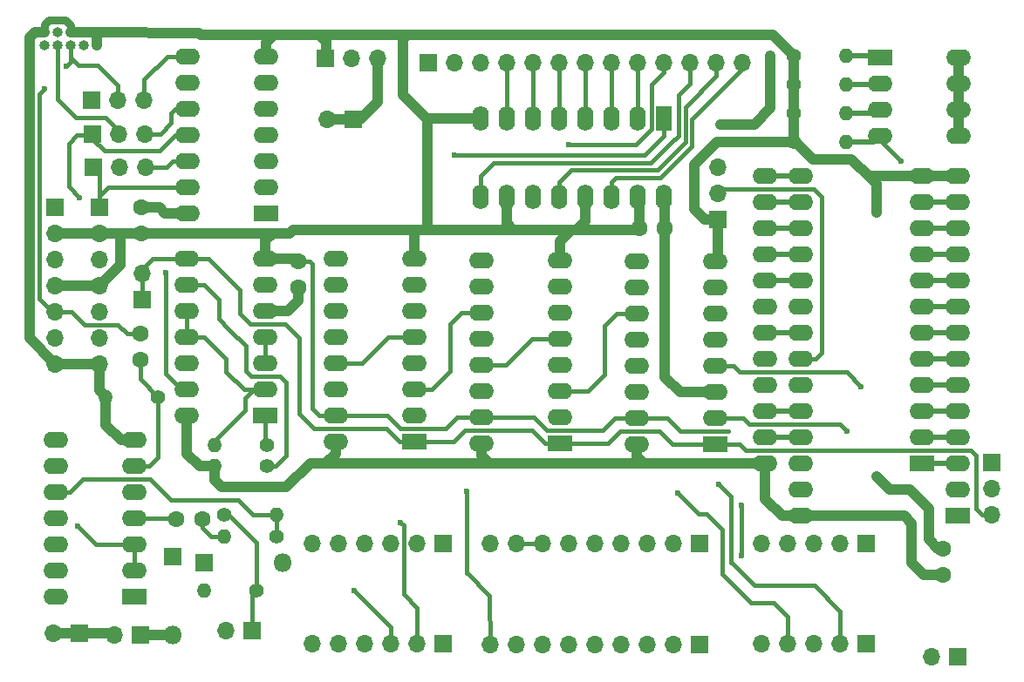
<source format=gbl>
G04 #@! TF.FileFunction,Copper,L2,Bot,Signal*
%FSLAX46Y46*%
G04 Gerber Fmt 4.6, Leading zero omitted, Abs format (unit mm)*
G04 Created by KiCad (PCBNEW 4.0.4-stable) date 07/21/17 22:17:58*
%MOMM*%
%LPD*%
G01*
G04 APERTURE LIST*
%ADD10C,0.100000*%
%ADD11C,1.600000*%
%ADD12R,1.700000X1.700000*%
%ADD13O,1.700000X1.700000*%
%ADD14R,2.400000X1.600000*%
%ADD15O,2.400000X1.600000*%
%ADD16R,1.600000X2.400000*%
%ADD17O,1.600000X2.400000*%
%ADD18C,1.400000*%
%ADD19O,1.400000X1.400000*%
%ADD20R,1.800000X1.800000*%
%ADD21O,1.800000X1.800000*%
%ADD22R,1.000000X1.000000*%
%ADD23O,1.000000X1.000000*%
%ADD24C,0.600000*%
%ADD25C,1.000000*%
%ADD26C,0.750000*%
%ADD27C,0.400000*%
%ADD28C,0.500000*%
G04 APERTURE END LIST*
D10*
D11*
X124815600Y-65176400D03*
X124815600Y-67676400D03*
X140106400Y-72898000D03*
X140106400Y-70398000D03*
X175666400Y-67208400D03*
X173166400Y-67208400D03*
D12*
X195173600Y-97790000D03*
D13*
X192633600Y-97790000D03*
X190093600Y-97790000D03*
X187553600Y-97790000D03*
X185013600Y-97790000D03*
D12*
X195224400Y-107543600D03*
D13*
X192684400Y-107543600D03*
X190144400Y-107543600D03*
X187604400Y-107543600D03*
X185064400Y-107543600D03*
D12*
X179019200Y-97790000D03*
D13*
X176479200Y-97790000D03*
X173939200Y-97790000D03*
X171399200Y-97790000D03*
X168859200Y-97790000D03*
X166319200Y-97790000D03*
X163779200Y-97790000D03*
X161239200Y-97790000D03*
X158699200Y-97790000D03*
D12*
X179019200Y-107645200D03*
D13*
X176479200Y-107645200D03*
X173939200Y-107645200D03*
X171399200Y-107645200D03*
X168859200Y-107645200D03*
X166319200Y-107645200D03*
X163779200Y-107645200D03*
X161239200Y-107645200D03*
X158699200Y-107645200D03*
D12*
X154127200Y-97790000D03*
D13*
X151587200Y-97790000D03*
X149047200Y-97790000D03*
X146507200Y-97790000D03*
X143967200Y-97790000D03*
X141427200Y-97790000D03*
D12*
X154178000Y-107594400D03*
D13*
X151638000Y-107594400D03*
X149098000Y-107594400D03*
X146558000Y-107594400D03*
X144018000Y-107594400D03*
X141478000Y-107594400D03*
D12*
X152704800Y-51054000D03*
D13*
X155244800Y-51054000D03*
X157784800Y-51054000D03*
X160324800Y-51054000D03*
X162864800Y-51054000D03*
X165404800Y-51054000D03*
X167944800Y-51054000D03*
X170484800Y-51054000D03*
X173024800Y-51054000D03*
X175564800Y-51054000D03*
X178104800Y-51054000D03*
X180644800Y-51054000D03*
X183184800Y-51054000D03*
D12*
X204063600Y-108864400D03*
D13*
X201523600Y-108864400D03*
D12*
X145440400Y-56591200D03*
D13*
X142900400Y-56591200D03*
D12*
X124764800Y-106730800D03*
D13*
X122224800Y-106730800D03*
D12*
X118821200Y-106578400D03*
D13*
X116281200Y-106578400D03*
D12*
X124968000Y-74117200D03*
D13*
X124968000Y-71577200D03*
D14*
X136906000Y-85394800D03*
D15*
X129286000Y-70154800D03*
X136906000Y-82854800D03*
X129286000Y-72694800D03*
X136906000Y-80314800D03*
X129286000Y-75234800D03*
X136906000Y-77774800D03*
X129286000Y-77774800D03*
X136906000Y-75234800D03*
X129286000Y-80314800D03*
X136906000Y-72694800D03*
X129286000Y-82854800D03*
X136906000Y-70154800D03*
X129286000Y-85394800D03*
D14*
X151307800Y-87934800D03*
D15*
X143687800Y-70154800D03*
X151307800Y-85394800D03*
X143687800Y-72694800D03*
X151307800Y-82854800D03*
X143687800Y-75234800D03*
X151307800Y-80314800D03*
X143687800Y-77774800D03*
X151307800Y-77774800D03*
X143687800Y-80314800D03*
X151307800Y-75234800D03*
X143687800Y-82854800D03*
X151307800Y-72694800D03*
X143687800Y-85394800D03*
X151307800Y-70154800D03*
X143687800Y-87934800D03*
D14*
X165455600Y-88112600D03*
D15*
X157835600Y-70332600D03*
X165455600Y-85572600D03*
X157835600Y-72872600D03*
X165455600Y-83032600D03*
X157835600Y-75412600D03*
X165455600Y-80492600D03*
X157835600Y-77952600D03*
X165455600Y-77952600D03*
X157835600Y-80492600D03*
X165455600Y-75412600D03*
X157835600Y-83032600D03*
X165455600Y-72872600D03*
X157835600Y-85572600D03*
X165455600Y-70332600D03*
X157835600Y-88112600D03*
D14*
X180568600Y-88188800D03*
D15*
X172948600Y-70408800D03*
X180568600Y-85648800D03*
X172948600Y-72948800D03*
X180568600Y-83108800D03*
X172948600Y-75488800D03*
X180568600Y-80568800D03*
X172948600Y-78028800D03*
X180568600Y-78028800D03*
X172948600Y-80568800D03*
X180568600Y-75488800D03*
X172948600Y-83108800D03*
X180568600Y-72948800D03*
X172948600Y-85648800D03*
X180568600Y-70408800D03*
X172948600Y-88188800D03*
D16*
X175564800Y-56489600D03*
D17*
X157784800Y-64109600D03*
X173024800Y-56489600D03*
X160324800Y-64109600D03*
X170484800Y-56489600D03*
X162864800Y-64109600D03*
X167944800Y-56489600D03*
X165404800Y-64109600D03*
X165404800Y-56489600D03*
X167944800Y-64109600D03*
X162864800Y-56489600D03*
X170484800Y-64109600D03*
X160324800Y-56489600D03*
X173024800Y-64109600D03*
X157784800Y-56489600D03*
X175564800Y-64109600D03*
D11*
X202641200Y-100838000D03*
X202641200Y-98338000D03*
X130759200Y-95453200D03*
X128259200Y-95453200D03*
X124764800Y-79959200D03*
X124764800Y-77459200D03*
D12*
X120040400Y-54711600D03*
D13*
X122580400Y-54711600D03*
X125120400Y-54711600D03*
D12*
X120142000Y-58013600D03*
D13*
X122682000Y-58013600D03*
X125222000Y-58013600D03*
D12*
X120192800Y-61264800D03*
D13*
X122732800Y-61264800D03*
X125272800Y-61264800D03*
D12*
X120802400Y-65125600D03*
D13*
X120802400Y-67665600D03*
X120802400Y-70205600D03*
X120802400Y-72745600D03*
X120802400Y-75285600D03*
X120802400Y-77825600D03*
X120802400Y-80365600D03*
D12*
X116484400Y-65125600D03*
D13*
X116484400Y-67665600D03*
X116484400Y-70205600D03*
X116484400Y-72745600D03*
X116484400Y-75285600D03*
X116484400Y-77825600D03*
X116484400Y-80365600D03*
D12*
X180848000Y-66344800D03*
D13*
X180848000Y-63804800D03*
X180848000Y-61264800D03*
D12*
X207365600Y-89916000D03*
D13*
X207365600Y-92456000D03*
X207365600Y-94996000D03*
D12*
X135585200Y-106324400D03*
D13*
X133045200Y-106324400D03*
D18*
X188214000Y-58775600D03*
D19*
X193294000Y-58775600D03*
D18*
X188214000Y-56032400D03*
D19*
X193294000Y-56032400D03*
D18*
X188214000Y-53238400D03*
D19*
X193294000Y-53238400D03*
D18*
X188214000Y-50393600D03*
D19*
X193294000Y-50393600D03*
D14*
X196545200Y-50596800D03*
D15*
X204165200Y-58216800D03*
X196545200Y-53136800D03*
X204165200Y-55676800D03*
X196545200Y-55676800D03*
X204165200Y-53136800D03*
X196545200Y-58216800D03*
X204165200Y-50596800D03*
D14*
X200660000Y-90068400D03*
D15*
X185420000Y-62128400D03*
X200660000Y-87528400D03*
X185420000Y-64668400D03*
X200660000Y-84988400D03*
X185420000Y-67208400D03*
X200660000Y-82448400D03*
X185420000Y-69748400D03*
X200660000Y-79908400D03*
X185420000Y-72288400D03*
X200660000Y-77368400D03*
X185420000Y-74828400D03*
X200660000Y-74828400D03*
X185420000Y-77368400D03*
X200660000Y-72288400D03*
X185420000Y-79908400D03*
X200660000Y-69748400D03*
X185420000Y-82448400D03*
X200660000Y-67208400D03*
X185420000Y-84988400D03*
X200660000Y-64668400D03*
X185420000Y-87528400D03*
X200660000Y-62128400D03*
X185420000Y-90068400D03*
D14*
X204063600Y-95148400D03*
D15*
X188823600Y-62128400D03*
X204063600Y-92608400D03*
X188823600Y-64668400D03*
X204063600Y-90068400D03*
X188823600Y-67208400D03*
X204063600Y-87528400D03*
X188823600Y-69748400D03*
X204063600Y-84988400D03*
X188823600Y-72288400D03*
X204063600Y-82448400D03*
X188823600Y-74828400D03*
X204063600Y-79908400D03*
X188823600Y-77368400D03*
X204063600Y-77368400D03*
X188823600Y-79908400D03*
X204063600Y-74828400D03*
X188823600Y-82448400D03*
X204063600Y-72288400D03*
X188823600Y-84988400D03*
X204063600Y-69748400D03*
X188823600Y-87528400D03*
X204063600Y-67208400D03*
X188823600Y-90068400D03*
X204063600Y-64668400D03*
X188823600Y-92608400D03*
X204063600Y-62128400D03*
X188823600Y-95148400D03*
D14*
X136956800Y-65735200D03*
D15*
X129336800Y-50495200D03*
X136956800Y-63195200D03*
X129336800Y-53035200D03*
X136956800Y-60655200D03*
X129336800Y-55575200D03*
X136956800Y-58115200D03*
X129336800Y-58115200D03*
X136956800Y-55575200D03*
X129336800Y-60655200D03*
X136956800Y-53035200D03*
X129336800Y-63195200D03*
X136956800Y-50495200D03*
X129336800Y-65735200D03*
D14*
X124155200Y-103022400D03*
D15*
X116535200Y-87782400D03*
X124155200Y-100482400D03*
X116535200Y-90322400D03*
X124155200Y-97942400D03*
X116535200Y-92862400D03*
X124155200Y-95402400D03*
X116535200Y-95402400D03*
X124155200Y-92862400D03*
X116535200Y-97942400D03*
X124155200Y-90322400D03*
X116535200Y-100482400D03*
X124155200Y-87782400D03*
X116535200Y-103022400D03*
D12*
X142748000Y-50698400D03*
D13*
X145288000Y-50698400D03*
X147828000Y-50698400D03*
D18*
X137007600Y-90322400D03*
D19*
X131927600Y-90322400D03*
D18*
X135991600Y-102362000D03*
D19*
X130911600Y-102362000D03*
D18*
X126492000Y-83566000D03*
D19*
X121412000Y-83566000D03*
D18*
X137972800Y-97129600D03*
D19*
X132892800Y-97129600D03*
D18*
X132892800Y-95046800D03*
D19*
X137972800Y-95046800D03*
D18*
X137007600Y-88290400D03*
D19*
X131927600Y-88290400D03*
D20*
X127914400Y-99110800D03*
D21*
X127914400Y-106730800D03*
D20*
X130962400Y-99720400D03*
D21*
X138582400Y-99720400D03*
D22*
X120548400Y-48158400D03*
D23*
X120548400Y-49428400D03*
X119278400Y-48158400D03*
X119278400Y-49428400D03*
X118008400Y-48158400D03*
X118008400Y-49428400D03*
X116738400Y-48158400D03*
X116738400Y-49428400D03*
X115468400Y-48158400D03*
X115468400Y-49428400D03*
D24*
X185928000Y-50444400D03*
X181051200Y-57099200D03*
X183438800Y-90017600D03*
X196189600Y-91287600D03*
X196189600Y-65633600D03*
X183134000Y-99009200D03*
X183134000Y-94132400D03*
X180898800Y-92100400D03*
X176936400Y-92913200D03*
X156413200Y-92760800D03*
X149987000Y-95758000D03*
X145542000Y-102412800D03*
X166370000Y-59080400D03*
X194716400Y-82550000D03*
X193344800Y-86918800D03*
X127254000Y-71526400D03*
X155244800Y-60045600D03*
X115417600Y-53594000D03*
X117602000Y-51409600D03*
X118872000Y-64211200D03*
X118668800Y-96164400D03*
X198577200Y-60655200D03*
D25*
X142748000Y-90017600D02*
X141274800Y-90017600D01*
X141274800Y-90017600D02*
X138938000Y-92354400D01*
X131927600Y-90322400D02*
X130505200Y-90322400D01*
X129286000Y-89103200D02*
X129286000Y-85394800D01*
X130505200Y-90322400D02*
X129286000Y-89103200D01*
X131927600Y-91643200D02*
X131927600Y-90322400D01*
X132638800Y-92354400D02*
X131927600Y-91643200D01*
X138938000Y-92354400D02*
X132638800Y-92354400D01*
X143687800Y-87934800D02*
X143687800Y-89077800D01*
X143687800Y-89077800D02*
X142748000Y-90017600D01*
X143662400Y-90017600D02*
X142748000Y-90017600D01*
X172948600Y-88188800D02*
X172948600Y-89331800D01*
X172948600Y-89331800D02*
X173634400Y-90017600D01*
X157835600Y-88112600D02*
X157835600Y-89255600D01*
X157835600Y-89255600D02*
X158597600Y-90017600D01*
X183438800Y-90017600D02*
X173634400Y-90017600D01*
X173634400Y-90017600D02*
X158597600Y-90017600D01*
X158597600Y-90017600D02*
X143662400Y-90017600D01*
X195580000Y-95148400D02*
X198932800Y-95148400D01*
X200812400Y-100838000D02*
X202641200Y-100838000D01*
X199644000Y-99669600D02*
X200812400Y-100838000D01*
X199644000Y-95859600D02*
X199644000Y-99669600D01*
X198932800Y-95148400D02*
X199644000Y-95859600D01*
X183438800Y-90017600D02*
X185369200Y-90017600D01*
X185369200Y-90017600D02*
X185369200Y-93472000D01*
X187045600Y-95148400D02*
X188823600Y-95148400D01*
X185369200Y-93472000D02*
X187045600Y-95148400D01*
X204165200Y-50596800D02*
X204165200Y-53136800D01*
X204165200Y-55676800D02*
X204165200Y-53136800D01*
X204165200Y-58216800D02*
X204165200Y-55676800D01*
X195173600Y-95148400D02*
X195580000Y-95148400D01*
X195275200Y-95148400D02*
X195173600Y-95148400D01*
X195173600Y-95148400D02*
X194411600Y-95148400D01*
X124815600Y-65176400D02*
X126593600Y-65176400D01*
X127152400Y-65735200D02*
X129336800Y-65735200D01*
X126593600Y-65176400D02*
X127152400Y-65735200D01*
X185928000Y-55524400D02*
X185928000Y-50444400D01*
X181051200Y-57099200D02*
X184353200Y-57099200D01*
X184353200Y-57099200D02*
X185928000Y-55524400D01*
X136906000Y-75234800D02*
X139090400Y-75234800D01*
X140106400Y-74218800D02*
X140106400Y-72898000D01*
X139090400Y-75234800D02*
X140106400Y-74218800D01*
X188823600Y-95148400D02*
X194411600Y-95148400D01*
X175666400Y-67208400D02*
X175666400Y-81635600D01*
X177139600Y-83108800D02*
X180568600Y-83108800D01*
X175666400Y-81635600D02*
X177139600Y-83108800D01*
X175666400Y-67208400D02*
X175666400Y-64211200D01*
X175666400Y-64211200D02*
X175564800Y-64109600D01*
D26*
X118008400Y-48158400D02*
X118008400Y-47447200D01*
X115468400Y-47345600D02*
X115468400Y-48158400D01*
X115874800Y-46939200D02*
X115468400Y-47345600D01*
X117500400Y-46939200D02*
X115874800Y-46939200D01*
X118008400Y-47447200D02*
X117500400Y-46939200D01*
D25*
X202641200Y-98338000D02*
X202173200Y-98338000D01*
X202173200Y-98338000D02*
X201269600Y-97434400D01*
X199440800Y-92608400D02*
X197510400Y-92608400D01*
X201269600Y-94437200D02*
X199440800Y-92608400D01*
X201269600Y-97434400D02*
X201269600Y-94437200D01*
X113995200Y-51409600D02*
X113995200Y-48666400D01*
X113995200Y-48666400D02*
X114503200Y-48158400D01*
X114503200Y-48158400D02*
X115468400Y-48158400D01*
X116484400Y-80365600D02*
X113995200Y-77876400D01*
X113995200Y-51409600D02*
X113995200Y-77876400D01*
X120548400Y-48158400D02*
X119278400Y-48158400D01*
X119278400Y-48158400D02*
X118008400Y-48158400D01*
X120548400Y-48158400D02*
X120548400Y-49428400D01*
X120548400Y-48158400D02*
X130454400Y-48209200D01*
X130454400Y-48209200D02*
X130606800Y-48361600D01*
X196189600Y-65633600D02*
X196189600Y-62890400D01*
X197510400Y-92608400D02*
X196189600Y-91287600D01*
X196189600Y-62890400D02*
X195427600Y-62128400D01*
X194614800Y-61315600D02*
X193751200Y-60452000D01*
X200660000Y-62128400D02*
X195427600Y-62128400D01*
X195427600Y-62128400D02*
X193751200Y-60452000D01*
X136956800Y-50495200D02*
X136956800Y-49123600D01*
X136956800Y-49123600D02*
X137718800Y-48361600D01*
X138430000Y-48361600D02*
X137718800Y-48361600D01*
X137718800Y-48361600D02*
X130606800Y-48361600D01*
X122834400Y-67665600D02*
X122834400Y-70713600D01*
X122834400Y-70713600D02*
X120802400Y-72745600D01*
X120802400Y-67665600D02*
X116484400Y-67665600D01*
X165455600Y-70332600D02*
X165455600Y-68427600D01*
X165455600Y-68427600D02*
X166573200Y-67310000D01*
X167944800Y-64109600D02*
X167944800Y-66497200D01*
X167944800Y-66497200D02*
X167132000Y-67310000D01*
X152654000Y-56489600D02*
X152654000Y-67081400D01*
X152654000Y-67081400D02*
X152882600Y-67310000D01*
X121412000Y-83566000D02*
X121412000Y-86309200D01*
X122885200Y-87782400D02*
X124155200Y-87782400D01*
X121412000Y-86309200D02*
X122885200Y-87782400D01*
X120802400Y-80365600D02*
X120802400Y-82956400D01*
X120802400Y-82956400D02*
X121412000Y-83566000D01*
X142748000Y-50698400D02*
X142798800Y-49022000D01*
X142798800Y-49022000D02*
X142138400Y-48361600D01*
X136906000Y-70154800D02*
X136906000Y-68376800D01*
X136906000Y-68376800D02*
X137606400Y-67676400D01*
X124815600Y-67676400D02*
X137606400Y-67676400D01*
X137606400Y-67676400D02*
X139232000Y-67676400D01*
X139598400Y-67310000D02*
X141884400Y-67310000D01*
X139232000Y-67676400D02*
X139598400Y-67310000D01*
X120802400Y-67665600D02*
X122834400Y-67665600D01*
X122834400Y-67665600D02*
X124804800Y-67665600D01*
X124804800Y-67665600D02*
X124815600Y-67676400D01*
X150266400Y-54254400D02*
X150266400Y-48768000D01*
X157784800Y-56489600D02*
X152654000Y-56489600D01*
X152654000Y-56489600D02*
X152501600Y-56489600D01*
X150266400Y-54254400D02*
X152501600Y-56489600D01*
X150266400Y-48768000D02*
X150672800Y-48361600D01*
X150672800Y-48361600D02*
X142138400Y-48361600D01*
X142138400Y-48361600D02*
X138430000Y-48361600D01*
X188214000Y-50393600D02*
X186182000Y-48361600D01*
X150672800Y-48361600D02*
X186182000Y-48361600D01*
X180848000Y-66344800D02*
X179527200Y-66344800D01*
X180695600Y-58775600D02*
X188214000Y-58775600D01*
X178511200Y-60960000D02*
X180695600Y-58775600D01*
X178511200Y-65328800D02*
X178511200Y-60960000D01*
X179527200Y-66344800D02*
X178511200Y-65328800D01*
D27*
X141427200Y-70916800D02*
X141427200Y-70612000D01*
X141427200Y-70916800D02*
X141427200Y-84734400D01*
X141427200Y-84734400D02*
X142087600Y-85394800D01*
X143687800Y-85394800D02*
X142087600Y-85394800D01*
X141213200Y-70398000D02*
X140106400Y-70398000D01*
X141427200Y-70612000D02*
X141213200Y-70398000D01*
D25*
X136906000Y-70154800D02*
X139863200Y-70154800D01*
X139863200Y-70154800D02*
X140106400Y-70398000D01*
X136906000Y-70154800D02*
X136906000Y-70002400D01*
X200660000Y-62128400D02*
X204063600Y-62128400D01*
X188214000Y-58775600D02*
X188366400Y-58775600D01*
X188366400Y-58775600D02*
X190042800Y-60452000D01*
X190042800Y-60452000D02*
X193751200Y-60452000D01*
X173166400Y-67208400D02*
X173166400Y-64251200D01*
X173166400Y-64251200D02*
X173024800Y-64109600D01*
X160324800Y-64109600D02*
X160324800Y-66700400D01*
X160324800Y-66700400D02*
X160934400Y-67310000D01*
X188214000Y-50393600D02*
X188214000Y-53238400D01*
X188214000Y-56032400D02*
X188214000Y-53238400D01*
X188214000Y-58775600D02*
X188214000Y-56032400D01*
X180848000Y-66344800D02*
X180848000Y-70129400D01*
X180848000Y-70129400D02*
X180568600Y-70408800D01*
X116484400Y-80365600D02*
X120802400Y-80365600D01*
X116484400Y-72745600D02*
X120802400Y-72745600D01*
X173064800Y-67310000D02*
X167132000Y-67310000D01*
X167132000Y-67310000D02*
X166573200Y-67310000D01*
X166573200Y-67310000D02*
X160934400Y-67310000D01*
X160934400Y-67310000D02*
X160314000Y-67310000D01*
X152882600Y-67310000D02*
X160314000Y-67310000D01*
X152882600Y-67310000D02*
X151333200Y-67310000D01*
X151333200Y-67310000D02*
X151079200Y-67310000D01*
X173064800Y-67310000D02*
X173166400Y-67208400D01*
D27*
X175006000Y-85648800D02*
X172948600Y-85648800D01*
X175869600Y-85648800D02*
X177139600Y-86918800D01*
X177139600Y-86918800D02*
X181813200Y-86918800D01*
X175006000Y-85648800D02*
X175869600Y-85648800D01*
D26*
X141793600Y-67400800D02*
X141884400Y-67310000D01*
D25*
X141884400Y-67310000D02*
X151079200Y-67310000D01*
X151307800Y-70154800D02*
X151307800Y-67538600D01*
D26*
X151307800Y-67538600D02*
X151079200Y-67310000D01*
D27*
X157835600Y-85572600D02*
X155524200Y-85572600D01*
X155524200Y-85572600D02*
X154432000Y-86664800D01*
X154432000Y-86664800D02*
X149961600Y-86664800D01*
X149961600Y-86664800D02*
X148691600Y-85394800D01*
X148691600Y-85394800D02*
X143687800Y-85394800D01*
X172948600Y-85648800D02*
X170840400Y-85648800D01*
X162941000Y-85572600D02*
X157835600Y-85572600D01*
X164185600Y-86817200D02*
X162941000Y-85572600D01*
X169672000Y-86817200D02*
X164185600Y-86817200D01*
X170840400Y-85648800D02*
X169672000Y-86817200D01*
D26*
X151307800Y-70154800D02*
X151307800Y-68884800D01*
D25*
X124764800Y-106730800D02*
X127863600Y-106680000D01*
X127863600Y-106680000D02*
X127914400Y-106730800D01*
D27*
X183134000Y-94132400D02*
X183134000Y-99009200D01*
X165455600Y-83032600D02*
X168224200Y-83032600D01*
X171018200Y-75488800D02*
X172948600Y-75488800D01*
X169824400Y-76682600D02*
X171018200Y-75488800D01*
X169824400Y-81432400D02*
X169824400Y-76682600D01*
X168224200Y-83032600D02*
X169824400Y-81432400D01*
X192684400Y-107543600D02*
X192684400Y-104394000D01*
X190195200Y-101904800D02*
X184404000Y-101904800D01*
X192684400Y-104394000D02*
X190195200Y-101904800D01*
X182067200Y-99669600D02*
X182168800Y-99669600D01*
X182067200Y-93268800D02*
X180898800Y-92100400D01*
X182168800Y-99669600D02*
X184404000Y-101904800D01*
X182067200Y-99669600D02*
X182067200Y-93268800D01*
X187604400Y-107543600D02*
X187604400Y-104952800D01*
X186232800Y-103581200D02*
X184048400Y-103581200D01*
X187604400Y-104952800D02*
X186232800Y-103581200D01*
X181254400Y-100685600D02*
X181254400Y-100787200D01*
X181254400Y-96469200D02*
X181254400Y-100685600D01*
X178968400Y-94945200D02*
X179730400Y-94945200D01*
X179730400Y-94945200D02*
X181254400Y-96469200D01*
X176936400Y-92913200D02*
X178968400Y-94945200D01*
X181254400Y-100787200D02*
X184048400Y-103581200D01*
X157835600Y-80492600D02*
X160248600Y-80492600D01*
X160248600Y-80492600D02*
X162788600Y-77952600D01*
X162788600Y-77952600D02*
X165455600Y-77952600D01*
X161239200Y-97790000D02*
X163779200Y-97790000D01*
X156083000Y-75412600D02*
X155879800Y-75412600D01*
X157835600Y-75412600D02*
X156260800Y-75412600D01*
X156260800Y-75412600D02*
X156083000Y-75412600D01*
X154787600Y-76504800D02*
X154787600Y-81076800D01*
X155879800Y-75412600D02*
X154787600Y-76504800D01*
X152908000Y-82854800D02*
X153009600Y-82854800D01*
X153009600Y-82854800D02*
X154787600Y-81076800D01*
X151307800Y-82854800D02*
X152908000Y-82854800D01*
X158699200Y-107645200D02*
X158648400Y-102870000D01*
X156413200Y-100634800D02*
X156413200Y-100685600D01*
X158648400Y-102870000D02*
X156413200Y-100634800D01*
X156413200Y-100685600D02*
X156413200Y-100685600D01*
X156413200Y-100685600D02*
X156413200Y-92760800D01*
X143687800Y-80314800D02*
X146278600Y-80314800D01*
X148818600Y-77774800D02*
X151307800Y-77774800D01*
X146278600Y-80314800D02*
X148818600Y-77774800D01*
X151638000Y-107594400D02*
X151638000Y-104089200D01*
X150317200Y-102768400D02*
X150317200Y-96977200D01*
X151638000Y-104089200D02*
X150317200Y-102768400D01*
X150317200Y-96088200D02*
X149987000Y-95758000D01*
X150317200Y-96977200D02*
X150317200Y-96088200D01*
X149098000Y-105968800D02*
X149098000Y-107594400D01*
X145542000Y-102412800D02*
X149098000Y-105968800D01*
X160324800Y-56489600D02*
X160324800Y-51054000D01*
X162864800Y-56489600D02*
X162864800Y-51054000D01*
X165404800Y-56489600D02*
X165404800Y-51054000D01*
X167944800Y-56489600D02*
X167944800Y-51054000D01*
X170484800Y-56489600D02*
X170484800Y-51054000D01*
X173024800Y-56489600D02*
X173024800Y-51054000D01*
X172872400Y-59029600D02*
X174345600Y-57556400D01*
X166420800Y-59029600D02*
X172872400Y-59029600D01*
X166370000Y-59080400D02*
X166420800Y-59029600D01*
X175564800Y-51054000D02*
X175564800Y-52019200D01*
X174345600Y-53238400D02*
X174345600Y-57556400D01*
X175564800Y-52019200D02*
X174345600Y-53238400D01*
X176987200Y-57302400D02*
X176987200Y-58166000D01*
X176987200Y-58166000D02*
X176276000Y-58877200D01*
X173990000Y-60858400D02*
X174294800Y-60858400D01*
X173990000Y-60858400D02*
X159054800Y-60858400D01*
X159054800Y-60858400D02*
X157784800Y-62128400D01*
X157784800Y-62128400D02*
X157784800Y-64109600D01*
X174294800Y-60858400D02*
X176276000Y-58877200D01*
X178104800Y-51054000D02*
X178104800Y-53086000D01*
X178104800Y-53086000D02*
X176987200Y-54203600D01*
X176987200Y-54203600D02*
X176987200Y-57302400D01*
X176987200Y-57302400D02*
X176987200Y-57759600D01*
X176987200Y-57759600D02*
X176987200Y-57759600D01*
X180644800Y-51054000D02*
X180644800Y-52374800D01*
X180644800Y-52374800D02*
X177647600Y-55372000D01*
X174650400Y-61468000D02*
X174955200Y-61468000D01*
X177647600Y-58775600D02*
X177647600Y-58064400D01*
X174955200Y-61468000D02*
X177647600Y-58775600D01*
X166624000Y-61468000D02*
X165404800Y-62687200D01*
X174650400Y-61468000D02*
X166624000Y-61468000D01*
X177647600Y-55372000D02*
X177647600Y-58064400D01*
X177647600Y-58064400D02*
X177647600Y-58572400D01*
X165404800Y-64109600D02*
X165404800Y-62687200D01*
X178282600Y-59258200D02*
X178282600Y-56565800D01*
X178282600Y-56565800D02*
X183184800Y-51663600D01*
X183184800Y-51663600D02*
X183184800Y-51054000D01*
X170891200Y-62280800D02*
X175260000Y-62280800D01*
X175260000Y-62280800D02*
X178282600Y-59258200D01*
X170484800Y-64109600D02*
X170484800Y-62687200D01*
X170484800Y-62687200D02*
X170891200Y-62280800D01*
X182321200Y-80568800D02*
X180568600Y-80568800D01*
X182930800Y-81178400D02*
X182321200Y-80568800D01*
X193344800Y-81178400D02*
X182930800Y-81178400D01*
X194716400Y-82550000D02*
X193344800Y-81178400D01*
X180568600Y-85648800D02*
X183286400Y-85648800D01*
X192684400Y-86258400D02*
X193344800Y-86918800D01*
X183896000Y-86258400D02*
X192684400Y-86258400D01*
X183286400Y-85648800D02*
X183896000Y-86258400D01*
X129286000Y-82854800D02*
X128778000Y-82854800D01*
X128778000Y-82854800D02*
X127254000Y-81330800D01*
X127254000Y-81330800D02*
X127254000Y-71526400D01*
X207365600Y-94996000D02*
X206451200Y-94996000D01*
X205892400Y-93827600D02*
X205892400Y-91592400D01*
X205892400Y-94437200D02*
X205892400Y-93827600D01*
X206451200Y-94996000D02*
X205892400Y-94437200D01*
X175564800Y-57759600D02*
X175564800Y-58166000D01*
X173685200Y-60045600D02*
X172923200Y-60045600D01*
X175564800Y-58166000D02*
X173685200Y-60045600D01*
X175564800Y-56489600D02*
X175564800Y-57759600D01*
X172923200Y-60045600D02*
X155244800Y-60045600D01*
X183540400Y-88798400D02*
X189382400Y-88798400D01*
X205892400Y-89306400D02*
X205892400Y-91592400D01*
X205892400Y-91592400D02*
X205892400Y-91643200D01*
X205384400Y-88798400D02*
X205892400Y-89306400D01*
X189382400Y-88798400D02*
X205384400Y-88798400D01*
X134416800Y-75438000D02*
X134416800Y-75488800D01*
X131368800Y-70154800D02*
X134416800Y-73202800D01*
X134416800Y-73202800D02*
X134416800Y-75438000D01*
X148640800Y-86664800D02*
X141960600Y-86664800D01*
X141960600Y-86664800D02*
X141935200Y-86690200D01*
X141935200Y-86690200D02*
X141630400Y-86690200D01*
X149910800Y-87934800D02*
X151307800Y-87934800D01*
X140157200Y-85217000D02*
X141630400Y-86690200D01*
X140157200Y-82905600D02*
X140157200Y-85217000D01*
X149910800Y-87934800D02*
X148640800Y-86664800D01*
X129286000Y-70154800D02*
X131368800Y-70154800D01*
X134416800Y-75488800D02*
X135432800Y-76504800D01*
X135432800Y-76504800D02*
X138785600Y-76504800D01*
X138785600Y-76504800D02*
X140157200Y-77876400D01*
X140157200Y-77876400D02*
X140157200Y-82905600D01*
X181889400Y-88188800D02*
X182930800Y-88188800D01*
X180568600Y-88188800D02*
X181889400Y-88188800D01*
X182930800Y-88188800D02*
X183540400Y-88798400D01*
X129286000Y-70154800D02*
X125933200Y-70154800D01*
X125933200Y-70154800D02*
X124968000Y-71120000D01*
X124968000Y-71120000D02*
X124968000Y-74117200D01*
X165455600Y-88112600D02*
X164007800Y-88112600D01*
X155194000Y-87934800D02*
X151307800Y-87934800D01*
X156286200Y-86842600D02*
X155194000Y-87934800D01*
X162737800Y-86842600D02*
X156286200Y-86842600D01*
X164007800Y-88112600D02*
X162737800Y-86842600D01*
X180568600Y-88188800D02*
X176428400Y-88188800D01*
X170103800Y-88112600D02*
X165455600Y-88112600D01*
X171297600Y-86918800D02*
X170103800Y-88112600D01*
X175158400Y-86918800D02*
X171297600Y-86918800D01*
X176428400Y-88188800D02*
X175158400Y-86918800D01*
X136906000Y-85394800D02*
X136906000Y-88188800D01*
X136906000Y-88188800D02*
X137007600Y-88290400D01*
X131927600Y-88290400D02*
X131927600Y-87833200D01*
X131927600Y-87833200D02*
X134924800Y-84836000D01*
X129286000Y-77774800D02*
X130962400Y-77774800D01*
X134823200Y-82854800D02*
X136906000Y-82854800D01*
X133096000Y-81127600D02*
X134823200Y-82854800D01*
X133096000Y-79908400D02*
X133096000Y-81127600D01*
X130962400Y-77774800D02*
X133096000Y-79908400D01*
X129286000Y-75234800D02*
X129286000Y-77774800D01*
X134924800Y-83718400D02*
X135788400Y-82854800D01*
X134924800Y-84836000D02*
X134924800Y-83718400D01*
X135788400Y-82854800D02*
X136906000Y-82854800D01*
X137007600Y-90322400D02*
X137871200Y-90322400D01*
X137871200Y-90322400D02*
X138938000Y-89255600D01*
X132359400Y-74142600D02*
X132359400Y-75971400D01*
X132359400Y-75971400D02*
X133350000Y-76962000D01*
X129286000Y-72694800D02*
X130911600Y-72694800D01*
X133350000Y-76962000D02*
X134975600Y-78587600D01*
X134975600Y-78587600D02*
X134975600Y-81026000D01*
X134975600Y-81026000D02*
X135534400Y-81584800D01*
X135534400Y-81584800D02*
X138328400Y-81584800D01*
X138328400Y-81584800D02*
X138938000Y-82194400D01*
X138938000Y-82194400D02*
X138938000Y-89255600D01*
X130911600Y-72694800D02*
X132359400Y-74142600D01*
X136906000Y-80314800D02*
X136906000Y-77774800D01*
X132892800Y-97129600D02*
X131622800Y-97129600D01*
X130759200Y-96266000D02*
X130759200Y-95453200D01*
X131622800Y-97129600D02*
X130759200Y-96266000D01*
X124155200Y-95402400D02*
X128208400Y-95402400D01*
X128208400Y-95402400D02*
X128259200Y-95453200D01*
X124764800Y-79959200D02*
X124764800Y-81838800D01*
X124764800Y-81838800D02*
X126492000Y-83566000D01*
X126492000Y-83566000D02*
X126492000Y-89458800D01*
X124155200Y-90322400D02*
X125628400Y-90322400D01*
X125628400Y-90322400D02*
X126492000Y-89458800D01*
X124155200Y-90322400D02*
X124917200Y-90322400D01*
X118008400Y-50546000D02*
X118008400Y-51003200D01*
X114909600Y-54102000D02*
X114909600Y-54660800D01*
X115417600Y-53594000D02*
X114909600Y-54102000D01*
X118008400Y-51003200D02*
X117602000Y-51409600D01*
X122580400Y-54711600D02*
X122580400Y-53289200D01*
X118008400Y-50596800D02*
X118008400Y-50546000D01*
X118008400Y-50546000D02*
X118008400Y-49428400D01*
X118770400Y-51358800D02*
X118008400Y-50596800D01*
X120650000Y-51358800D02*
X118770400Y-51358800D01*
X122580400Y-53289200D02*
X120650000Y-51358800D01*
X116484400Y-75285600D02*
X116179600Y-75285600D01*
X116179600Y-75285600D02*
X114909600Y-74015600D01*
X114909600Y-74015600D02*
X114909600Y-54660800D01*
X124764800Y-77459200D02*
X123484000Y-77459200D01*
X118110000Y-75285600D02*
X116484400Y-75285600D01*
X119380000Y-76555600D02*
X118110000Y-75285600D01*
X122580400Y-76555600D02*
X119380000Y-76555600D01*
X123484000Y-77459200D02*
X122580400Y-76555600D01*
D25*
X145440400Y-56591200D02*
X146100800Y-56591200D01*
X146100800Y-56591200D02*
X147828000Y-54864000D01*
X147828000Y-54864000D02*
X147828000Y-50698400D01*
X142900400Y-56591200D02*
X145440400Y-56591200D01*
X118821200Y-106578400D02*
X122072400Y-106578400D01*
X122072400Y-106578400D02*
X122224800Y-106730800D01*
X116281200Y-106578400D02*
X118821200Y-106578400D01*
X118821200Y-106578400D02*
X118821200Y-106680000D01*
D27*
X125120400Y-54711600D02*
X125120400Y-52730400D01*
X127355600Y-50495200D02*
X129336800Y-50495200D01*
X125120400Y-52730400D02*
X127355600Y-50495200D01*
X120142000Y-58013600D02*
X120142000Y-58521600D01*
X120142000Y-58521600D02*
X121259600Y-59639200D01*
X128117600Y-58115200D02*
X129336800Y-58115200D01*
X126593600Y-59639200D02*
X128117600Y-58115200D01*
X121259600Y-59639200D02*
X126593600Y-59639200D01*
X118592600Y-58140600D02*
X120015000Y-58140600D01*
X120015000Y-58140600D02*
X120142000Y-58013600D01*
X117805200Y-63144400D02*
X117805200Y-58928000D01*
X117805200Y-58928000D02*
X118592600Y-58140600D01*
X118592600Y-58140600D02*
X118618000Y-58115200D01*
X118872000Y-64211200D02*
X117805200Y-63144400D01*
X122682000Y-58013600D02*
X122682000Y-57708800D01*
X122682000Y-57708800D02*
X121361200Y-56388000D01*
X116738400Y-54610000D02*
X116738400Y-49428400D01*
X118516400Y-56388000D02*
X116738400Y-54610000D01*
X121361200Y-56388000D02*
X118516400Y-56388000D01*
X124155200Y-97942400D02*
X124155200Y-100482400D01*
X120446800Y-97942400D02*
X124155200Y-97942400D01*
X118668800Y-96164400D02*
X120446800Y-97942400D01*
X125222000Y-58013600D02*
X126695200Y-58013600D01*
X127762000Y-55981600D02*
X128168400Y-55575200D01*
X127762000Y-56946800D02*
X127762000Y-55981600D01*
X126695200Y-58013600D02*
X127762000Y-56946800D01*
X128168400Y-55575200D02*
X129336800Y-55575200D01*
X120802400Y-65125600D02*
X120802400Y-64058800D01*
X121666000Y-63195200D02*
X129336800Y-63195200D01*
X120802400Y-64058800D02*
X121666000Y-63195200D01*
X120802400Y-65125600D02*
X120802400Y-61874400D01*
X120802400Y-61874400D02*
X120192800Y-61264800D01*
X125272800Y-61264800D02*
X127304800Y-61264800D01*
X127914400Y-60655200D02*
X129336800Y-60655200D01*
X127304800Y-61264800D02*
X127914400Y-60655200D01*
X189636400Y-63398400D02*
X190144400Y-63398400D01*
X190144400Y-63398400D02*
X190906400Y-64160400D01*
X190296800Y-79908400D02*
X190906400Y-79298800D01*
X188823600Y-79908400D02*
X190296800Y-79908400D01*
X190906400Y-79298800D02*
X190906400Y-64160400D01*
X189636400Y-63398400D02*
X181254400Y-63398400D01*
X181254400Y-63398400D02*
X180848000Y-63804800D01*
X198577200Y-60655200D02*
X196545200Y-58623200D01*
X196545200Y-58623200D02*
X196545200Y-58216800D01*
D28*
X193294000Y-58775600D02*
X195986400Y-58775600D01*
X195986400Y-58775600D02*
X196545200Y-58216800D01*
D27*
X135585200Y-106324400D02*
X135585200Y-102768400D01*
X135585200Y-102768400D02*
X135991600Y-102362000D01*
X132892800Y-95046800D02*
X133299200Y-95046800D01*
X133299200Y-95046800D02*
X135991600Y-97739200D01*
X135991600Y-97739200D02*
X135991600Y-102362000D01*
D28*
X193294000Y-56032400D02*
X196189600Y-56032400D01*
X196189600Y-56032400D02*
X196545200Y-55676800D01*
X193294000Y-53238400D02*
X196443600Y-53238400D01*
X196443600Y-53238400D02*
X196545200Y-53136800D01*
X193294000Y-50393600D02*
X196342000Y-50393600D01*
X196342000Y-50393600D02*
X196545200Y-50596800D01*
D27*
X137972800Y-95046800D02*
X135686800Y-95046800D01*
X127711200Y-93624400D02*
X125679200Y-91592400D01*
X134264400Y-93624400D02*
X127711200Y-93624400D01*
X135686800Y-95046800D02*
X134264400Y-93624400D01*
X116535200Y-92862400D02*
X117906800Y-92862400D01*
X119176800Y-91592400D02*
X125679200Y-91592400D01*
X117906800Y-92862400D02*
X119176800Y-91592400D01*
X137972800Y-95046800D02*
X137972800Y-97129600D01*
D28*
X200660000Y-90068400D02*
X204063600Y-90068400D01*
X185420000Y-62128400D02*
X188823600Y-62128400D01*
X200660000Y-87528400D02*
X204063600Y-87528400D01*
X185420000Y-64668400D02*
X188823600Y-64668400D01*
X200660000Y-84988400D02*
X204063600Y-84988400D01*
X185420000Y-67208400D02*
X188823600Y-67208400D01*
X200660000Y-82448400D02*
X204063600Y-82448400D01*
X185420000Y-69748400D02*
X188823600Y-69748400D01*
X200660000Y-79908400D02*
X204063600Y-79908400D01*
X185420000Y-72288400D02*
X188823600Y-72288400D01*
X200660000Y-77368400D02*
X204063600Y-77368400D01*
X200660000Y-74828400D02*
X204063600Y-74828400D01*
X185420000Y-77368400D02*
X188823600Y-77368400D01*
X200660000Y-72288400D02*
X204063600Y-72288400D01*
X200660000Y-69748400D02*
X204063600Y-69748400D01*
X200660000Y-67208400D02*
X204063600Y-67208400D01*
X185420000Y-84988400D02*
X188823600Y-84988400D01*
X200660000Y-64668400D02*
X204063600Y-64668400D01*
X185420000Y-87528400D02*
X188823600Y-87528400D01*
M02*

</source>
